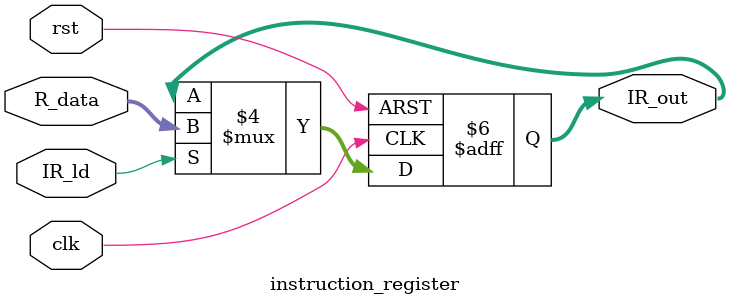
<source format=v>
`timescale 1ns / 1ps


module instruction_register(
    input  clk, rst, IR_ld,
    input [15:0] R_data,
    output reg [15:0] IR_out
    );
    
    always @(posedge clk, negedge rst)
    begin
    if (rst==1'b0) IR_out <= 0;
    else if (IR_ld==1'b1) IR_out <= R_data;
    end
endmodule

</source>
